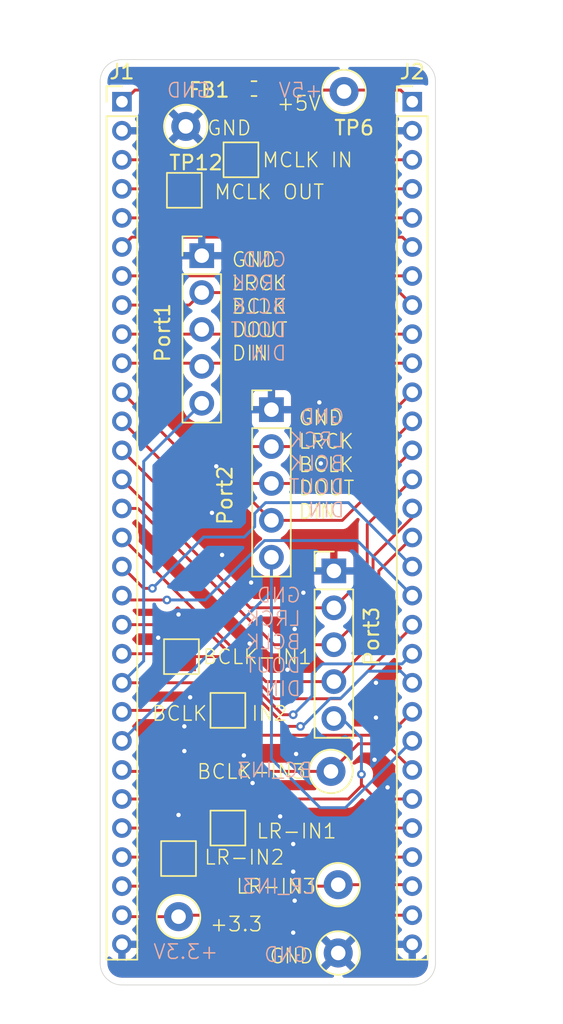
<source format=kicad_pcb>
(kicad_pcb (version 20240108) (generator "pcbnew") (generator_version "8.0")
  (layers (0 "F.Cu" signal) (31 "B.Cu" signal) (34 "B.Paste" user) (35 "F.Paste" user) (36 "B.SilkS" user "B.Silkscreen") (37 "F.SilkS" user "F.Silkscreen") (38 "B.Mask" user) (39 "F.Mask" user) (44 "Edge.Cuts" user))
  (net 0 "")
  (net 1 "/LRCK_OUT0")
  (net 2 "/SDATA_OUT2")
  (net 3 "/BCLK_IN1")
  (net 4 "/LRCK_OUT2")
  (net 5 "/SDATA_IN3")
  (net 6 "+5V")
  (net 7 "/LRCK_IN1")
  (net 8 "/SDATA_IN1")
  (net 9 "/BCLK_IN3")
  (net 10 "/BCLK_OUT1")
  (net 11 "+3V3")
  (net 12 "/BCLK_IN0")
  (net 13 "/LRCK_IN2")
  (net 14 "/SDATA_IN0")
  (net 15 "/MCLK_OUT")
  (net 16 "/LRCK_OUT3")
  (net 17 "/BCLK_IN2")
  (net 18 "/SDATA_OUT0")
  (net 19 "/MCLK_IN")
  (net 20 "/LRCK_IN0")
  (net 21 "/BCLK_OUT3")
  (net 22 "/SDATA_OUT3")
  (net 23 "/LRCLK_OUT1")
  (net 24 "/LRCK_IN3")
  (net 25 "/BLCK_OUT2")
  (net 26 "/SDATA_OUT1")
  (net 27 "/SDATA_IN2")
  (net 28 "GND")
  (net 29 "/BCLK_OUT0")
  (net 30 "Net-(J1-Pin_1)")
  (footprint "TestPoint:TestPoint_Pad_2.0x2.0mm" (layer "F.Cu") (at 104.1 138.2)
    (property "Reference" "TP2" (hide yes))
    (property "Value" "TestPoint" (hide yes))
    (fp_line (start -1.2 -1.2) (end 1.2 -1.2) (stroke (width 0.12)) (layer "F.SilkS"))
    (fp_line (start -1.2 1.2) (end -1.2 -1.2) (stroke (width 0.12)) (layer "F.SilkS"))
    (fp_line (start 1.2 -1.2) (end 1.2 1.2) (stroke (width 0.12)) (layer "F.SilkS"))
    (fp_line (start 1.2 1.2) (end -1.2 1.2) (stroke (width 0.12)) (layer "F.SilkS"))
    (pad "1" smd rect (at 0 0) (size 2 2) (layers "F.Cu" "F.Mask") (net 3 "/BCLK_IN1"))
  )
  (footprint "Connector_PinHeader_2.54mm:PinHeader_1x05_P2.54mm_Vertical" (layer "F.Cu") (at 114.6 132.3)
    (property "Reference" "J5" (hide yes))
    (property "Value" "Port3" (at 2.6 4.5 90) (layer "F.SilkS"))
    (fp_line (start -1.33 -1.33) (end 0 -1.33) (stroke (width 0.12)) (layer "F.SilkS"))
    (fp_line (start -1.33 0) (end -1.33 -1.33) (stroke (width 0.12)) (layer "F.SilkS"))
    (fp_line (start -1.33 1.27) (end -1.33 11.49) (stroke (width 0.12)) (layer "F.SilkS"))
    (fp_line (start -1.33 1.27) (end 1.33 1.27) (stroke (width 0.12)) (layer "F.SilkS"))
    (fp_line (start -1.33 11.49) (end 1.33 11.49) (stroke (width 0.12)) (layer "F.SilkS"))
    (fp_line (start 1.33 1.27) (end 1.33 11.49) (stroke (width 0.12)) (layer "F.SilkS"))
    (pad "1" thru_hole rect (at 0 0) (size 1.7 1.7) (drill 1) (layers "*.Cu" "*.Mask") (net 28 "GND"))
    (pad "2" thru_hole oval (at 0 2.54) (size 1.7 1.7) (drill 1) (layers "*.Cu" "*.Mask") (net 16 "/LRCK_OUT3"))
    (pad "3" thru_hole oval (at 0 5.08) (size 1.7 1.7) (drill 1) (layers "*.Cu" "*.Mask") (net 21 "/BCLK_OUT3"))
    (pad "4" thru_hole oval (at 0 7.62) (size 1.7 1.7) (drill 1) (layers "*.Cu" "*.Mask") (net 22 "/SDATA_OUT3"))
    (pad "5" thru_hole oval (at 0 10.16) (size 1.7 1.7) (drill 1) (layers "*.Cu" "*.Mask") (net 5 "/SDATA_IN3"))
  )
  (footprint "TestPoint:TestPoint_Pad_2.0x2.0mm" (layer "F.Cu") (at 107.3 141.9)
    (property "Reference" "TP8" (hide yes))
    (property "Value" "TestPoint" (hide yes))
    (fp_line (start -1.2 -1.2) (end 1.2 -1.2) (stroke (width 0.12)) (layer "F.SilkS"))
    (fp_line (start -1.2 1.2) (end -1.2 -1.2) (stroke (width 0.12)) (layer "F.SilkS"))
    (fp_line (start 1.2 -1.2) (end 1.2 1.2) (stroke (width 0.12)) (layer "F.SilkS"))
    (fp_line (start 1.2 1.2) (end -1.2 1.2) (stroke (width 0.12)) (layer "F.SilkS"))
    (pad "1" smd rect (at 0 0) (size 2 2) (layers "F.Cu" "F.Mask") (net 17 "/BCLK_IN2"))
  )
  (footprint "TestPoint:TestPoint_Pad_2.0x2.0mm" (layer "F.Cu") (at 104.3 106.1)
    (property "Reference" "TP3" (hide yes))
    (property "Value" "TestPoint" (hide yes))
    (fp_line (start -1.2 -1.2) (end 1.2 -1.2) (stroke (width 0.12)) (layer "F.SilkS"))
    (fp_line (start -1.2 1.2) (end -1.2 -1.2) (stroke (width 0.12)) (layer "F.SilkS"))
    (fp_line (start 1.2 -1.2) (end 1.2 1.2) (stroke (width 0.12)) (layer "F.SilkS"))
    (fp_line (start 1.2 1.2) (end -1.2 1.2) (stroke (width 0.12)) (layer "F.SilkS"))
    (pad "1" smd rect (at 0 0) (size 2 2) (layers "F.Cu" "F.Mask") (net 15 "/MCLK_OUT"))
  )
  (footprint "TestPoint:TestPoint_Loop_D2.50mm_Drill1.0mm" (layer "F.Cu") (at 103.9 156.1)
    (property "Reference" "TP5" (hide yes))
    (property "Value" "TestPoint")
    (fp_circle (center 0 0) (end 1.5 0) (stroke (width 0.12)) (fill none) (layer "F.SilkS"))
    (pad "1" thru_hole circle (at 0 0) (size 2 2) (drill 1) (layers "*.Cu" "*.Mask") (net 11 "+3V3"))
  )
  (footprint "TestPoint:TestPoint_Pad_2.0x2.0mm" (layer "F.Cu") (at 108.2 104)
    (property "Reference" "TP4" (hide yes))
    (property "Value" "TestPoint" (hide yes))
    (fp_line (start -1.2 -1.2) (end 1.2 -1.2) (stroke (width 0.12)) (layer "F.SilkS"))
    (fp_line (start -1.2 1.2) (end -1.2 -1.2) (stroke (width 0.12)) (layer "F.SilkS"))
    (fp_line (start 1.2 -1.2) (end 1.2 1.2) (stroke (width 0.12)) (layer "F.SilkS"))
    (fp_line (start 1.2 1.2) (end -1.2 1.2) (stroke (width 0.12)) (layer "F.SilkS"))
    (pad "1" smd rect (at 0 0) (size 2 2) (layers "F.Cu" "F.Mask") (net 19 "/MCLK_IN"))
  )
  (footprint "TestPoint:TestPoint_Loop_D2.50mm_Drill1.0mm" (layer "F.Cu") (at 104.4 101.7)
    (property "Reference" "TP12" (at 0.7 2.5 0) (layer "F.SilkS"))
    (property "Value" "TestPoint")
    (fp_circle (center 0 0) (end 1.5 0) (stroke (width 0.12)) (fill none) (layer "F.SilkS"))
    (pad "1" thru_hole circle (at 0 0) (size 2 2) (drill 1) (layers "*.Cu" "*.Mask") (net 28 "GND"))
  )
  (footprint "TestPoint:TestPoint_Loop_D2.50mm_Drill1.0mm" (layer "F.Cu") (at 115.3 99.3)
    (property "Reference" "TP6" (at 0.7 2.5 0) (layer "F.SilkS"))
    (property "Value" "TestPoint")
    (fp_circle (center 0 0) (end 1.5 0) (stroke (width 0.12)) (fill none) (layer "F.SilkS"))
    (pad "1" thru_hole circle (at 0 0) (size 2 2) (drill 1) (layers "*.Cu" "*.Mask") (net 6 "+5V"))
  )
  (footprint "Connector_PinHeader_2.00mm:PinHeader_1x30_P2.00mm_Vertical" (layer "F.Cu") (at 100 100)
    (property "Reference" "J1" (at 0 -2.06 0) (layer "F.SilkS"))
    (property "Value" "Conn_01x30_Pin" (hide yes))
    (fp_line (start -1.06 -1.06) (end 0 -1.06) (stroke (width 0.12)) (layer "F.SilkS"))
    (fp_line (start -1.06 0) (end -1.06 -1.06) (stroke (width 0.12)) (layer "F.SilkS"))
    (fp_line (start -1.06 1) (end -1.06 59.06) (stroke (width 0.12)) (layer "F.SilkS"))
    (fp_line (start -1.06 1) (end 1.06 1) (stroke (width 0.12)) (layer "F.SilkS"))
    (fp_line (start -1.06 59.06) (end 1.06 59.06) (stroke (width 0.12)) (layer "F.SilkS"))
    (fp_line (start 1.06 1) (end 1.06 59.06) (stroke (width 0.12)) (layer "F.SilkS"))
    (pad "1" thru_hole rect (at 0 0) (size 1.35 1.35) (drill 0.8) (layers "*.Cu" "*.Mask") (net 30 "Net-(J1-Pin_1)"))
    (pad "2" thru_hole oval (at 0 2) (size 1.35 1.35) (drill 0.8) (layers "*.Cu" "*.Mask") (net 28 "GND"))
    (pad "3" thru_hole oval (at 0 4) (size 1.35 1.35) (drill 0.8) (layers "*.Cu" "*.Mask") (net 19 "/MCLK_IN"))
    (pad "4" thru_hole oval (at 0 6) (size 1.35 1.35) (drill 0.8) (layers "*.Cu" "*.Mask") (net 15 "/MCLK_OUT"))
    (pad "5" thru_hole oval (at 0 8) (size 1.35 1.35) (drill 0.8) (layers "*.Cu" "*.Mask") (net 1 "/LRCK_OUT0"))
    (pad "6" thru_hole oval (at 0 10) (size 1.35 1.35) (drill 0.8) (layers "*.Cu" "*.Mask") (net 29 "/BCLK_OUT0"))
    (pad "7" thru_hole oval (at 0 12) (size 1.35 1.35) (drill 0.8) (layers "*.Cu" "*.Mask") (net 18 "/SDATA_OUT0"))
    (pad "8" thru_hole oval (at 0 14) (size 1.35 1.35) (drill 0.8) (layers "*.Cu" "*.Mask") (net 23 "/LRCLK_OUT1"))
    (pad "9" thru_hole oval (at 0 16) (size 1.35 1.35) (drill 0.8) (layers "*.Cu" "*.Mask") (net 10 "/BCLK_OUT1"))
    (pad "10" thru_hole oval (at 0 18) (size 1.35 1.35) (drill 0.8) (layers "*.Cu" "*.Mask") (net 26 "/SDATA_OUT1"))
    (pad "11" thru_hole oval (at 0 20) (size 1.35 1.35) (drill 0.8) (layers "*.Cu" "*.Mask") (net 4 "/LRCK_OUT2"))
    (pad "12" thru_hole oval (at 0 22) (size 1.35 1.35) (drill 0.8) (layers "*.Cu" "*.Mask") (net 25 "/BLCK_OUT2"))
    (pad "13" thru_hole oval (at 0 24) (size 1.35 1.35) (drill 0.8) (layers "*.Cu" "*.Mask") (net 2 "/SDATA_OUT2"))
    (pad "14" thru_hole oval (at 0 26) (size 1.35 1.35) (drill 0.8) (layers "*.Cu" "*.Mask") (net 16 "/LRCK_OUT3"))
    (pad "15" thru_hole oval (at 0 28) (size 1.35 1.35) (drill 0.8) (layers "*.Cu" "*.Mask") (net 21 "/BCLK_OUT3"))
    (pad "16" thru_hole oval (at 0 30) (size 1.35 1.35) (drill 0.8) (layers "*.Cu" "*.Mask") (net 22 "/SDATA_OUT3"))
    (pad "17" thru_hole oval (at 0 32) (size 1.35 1.35) (drill 0.8) (layers "*.Cu" "*.Mask") (net 12 "/BCLK_IN0"))
    (pad "18" thru_hole oval (at 0 34) (size 1.35 1.35) (drill 0.8) (layers "*.Cu" "*.Mask") (net 20 "/LRCK_IN0"))
    (pad "19" thru_hole oval (at 0 36) (size 1.35 1.35) (drill 0.8) (layers "*.Cu" "*.Mask") (net 14 "/SDATA_IN0"))
    (pad "20" thru_hole oval (at 0 38) (size 1.35 1.35) (drill 0.8) (layers "*.Cu" "*.Mask") (net 3 "/BCLK_IN1"))
    (pad "21" thru_hole oval (at 0 40) (size 1.35 1.35) (drill 0.8) (layers "*.Cu" "*.Mask") (net 8 "/SDATA_IN1"))
    (pad "22" thru_hole oval (at 0 42) (size 1.35 1.35) (drill 0.8) (layers "*.Cu" "*.Mask") (net 17 "/BCLK_IN2"))
    (pad "23" thru_hole oval (at 0 44) (size 1.35 1.35) (drill 0.8) (layers "*.Cu" "*.Mask") (net 27 "/SDATA_IN2"))
    (pad "24" thru_hole oval (at 0 46) (size 1.35 1.35) (drill 0.8) (layers "*.Cu" "*.Mask") (net 9 "/BCLK_IN3"))
    (pad "25" thru_hole oval (at 0 48) (size 1.35 1.35) (drill 0.8) (layers "*.Cu" "*.Mask") (net 5 "/SDATA_IN3"))
    (pad "26" thru_hole oval (at 0 50) (size 1.35 1.35) (drill 0.8) (layers "*.Cu" "*.Mask") (net 7 "/LRCK_IN1"))
    (pad "27" thru_hole oval (at 0 52) (size 1.35 1.35) (drill 0.8) (layers "*.Cu" "*.Mask") (net 13 "/LRCK_IN2"))
    (pad "28" thru_hole oval (at 0 54) (size 1.35 1.35) (drill 0.8) (layers "*.Cu" "*.Mask") (net 24 "/LRCK_IN3"))
    (pad "29" thru_hole oval (at 0 56) (size 1.35 1.35) (drill 0.8) (layers "*.Cu" "*.Mask") (net 11 "+3V3"))
    (pad "30" thru_hole oval (at 0 58) (size 1.35 1.35) (drill 0.8) (layers "*.Cu" "*.Mask") (net 28 "GND"))
  )
  (footprint "Inductor_SMD:L_0603_1608Metric_Pad1.05x0.95mm_HandSolder" (layer "F.Cu") (at 109.1 99.1 180)
    (property "Reference" "FB1" (at 3.1 -0.1 360) (layer "F.SilkS"))
    (property "Value" "FerriteBead" (hide yes))
    (fp_line (start -0.171267 0.51) (end 0.171267 0.51) (stroke (width 0.12)) (layer "F.SilkS"))
    (fp_line (start -0.171267 -0.51) (end 0.171267 -0.51) (stroke (width 0.12)) (layer "F.SilkS"))
    (pad "1" smd roundrect (at -0.875 0 180) (size 1.05 0.95) (layers "F.Cu" "F.Paste" "F.Mask") (net 6 "+5V"))
    (pad "2" smd roundrect (at 0.875 0 180) (size 1.05 0.95) (layers "F.Cu" "F.Paste" "F.Mask") (net 30 "Net-(J1-Pin_1)"))
  )
  (footprint "TestPoint:TestPoint_Loop_D2.50mm_Drill1.0mm" (layer "F.Cu") (at 114.4 146.1)
    (property "Reference" "TP10" (hide yes))
    (property "Value" "TestPoint")
    (fp_circle (center 0 0) (end 1.5 0) (stroke (width 0.12)) (fill none) (layer "F.SilkS"))
    (pad "1" thru_hole circle (at 0 0) (size 2 2) (drill 1) (layers "*.Cu" "*.Mask") (net 9 "/BCLK_IN3"))
  )
  (footprint "TestPoint:TestPoint_Pad_2.0x2.0mm" (layer "F.Cu") (at 107.3 150)
    (property "Reference" "TP1" (hide yes))
    (property "Value" "TestPoint" (hide yes))
    (fp_line (start -1.2 -1.2) (end 1.2 -1.2) (stroke (width 0.12)) (layer "F.SilkS"))
    (fp_line (start -1.2 1.2) (end -1.2 -1.2) (stroke (width 0.12)) (layer "F.SilkS"))
    (fp_line (start 1.2 -1.2) (end 1.2 1.2) (stroke (width 0.12)) (layer "F.SilkS"))
    (fp_line (start 1.2 1.2) (end -1.2 1.2) (stroke (width 0.12)) (layer "F.SilkS"))
    (pad "1" smd rect (at 0 0) (size 2 2) (layers "F.Cu" "F.Mask") (net 7 "/LRCK_IN1"))
  )
  (footprint "Connector_PinHeader_2.00mm:PinHeader_1x30_P2.00mm_Vertical" (layer "F.Cu") (at 120 100)
    (property "Reference" "J2" (at 0 -2.06 0) (layer "F.SilkS"))
    (property "Value" "Conn_01x30_Pin" (hide yes))
    (fp_line (start -1.06 -1.06) (end 0 -1.06) (stroke (width 0.12)) (layer "F.SilkS"))
    (fp_line (start -1.06 0) (end -1.06 -1.06) (stroke (width 0.12)) (layer "F.SilkS"))
    (fp_line (start -1.06 1) (end -1.06 59.06) (stroke (width 0.12)) (layer "F.SilkS"))
    (fp_line (start -1.06 1) (end 1.06 1) (stroke (width 0.12)) (layer "F.SilkS"))
    (fp_line (start -1.06 59.06) (end 1.06 59.06) (stroke (width 0.12)) (layer "F.SilkS"))
    (fp_line (start 1.06 1) (end 1.06 59.06) (stroke (width 0.12)) (layer "F.SilkS"))
    (pad "1" thru_hole rect (at 0 0) (size 1.35 1.35) (drill 0.8) (layers "*.Cu" "*.Mask") (net 6 "+5V"))
    (pad "2" thru_hole oval (at 0 2) (size 1.35 1.35) (drill 0.8) (layers "*.Cu" "*.Mask") (net 28 "GND"))
    (pad "3" thru_hole oval (at 0 4) (size 1.35 1.35) (drill 0.8) (layers "*.Cu" "*.Mask") (net 19 "/MCLK_IN"))
    (pad "4" thru_hole oval (at 0 6) (size 1.35 1.35) (drill 0.8) (layers "*.Cu" "*.Mask") (net 15 "/MCLK_OUT"))
    (pad "5" thru_hole oval (at 0 8) (size 1.35 1.35) (drill 0.8) (layers "*.Cu" "*.Mask") (net 1 "/LRCK_OUT0"))
    (pad "6" thru_hole oval (at 0 10) (size 1.35 1.35) (drill 0.8) (layers "*.Cu" "*.Mask") (net 29 "/BCLK_OUT0"))
    (pad "7" thru_hole oval (at 0 12) (size 1.35 1.35) (drill 0.8) (layers "*.Cu" "*.Mask") (net 18 "/SDATA_OUT0"))
    (pad "8" thru_hole oval (at 0 14) (size 1.35 1.35) (drill 0.8) (layers "*.Cu" "*.Mask") (net 23 "/LRCLK_OUT1"))
    (pad "9" thru_hole oval (at 0 16) (size 1.35 1.35) (drill 0.8) (layers "*.Cu" "*.Mask") (net 10 "/BCLK_OUT1"))
    (pad "10" thru_hole oval (at 0 18) (size 1.35 1.35) (drill 0.8) (layers "*.Cu" "*.Mask") (net 26 "/SDATA_OUT1"))
    (pad "11" thru_hole oval (at 0 20) (size 1.35 1.35) (drill 0.8) (layers "*.Cu" "*.Mask") (net 4 "/LRCK_OUT2"))
    (pad "12" thru_hole oval (at 0 22) (size 1.35 1.35) (drill 0.8) (layers "*.Cu" "*.Mask") (net 25 "/BLCK_OUT2"))
    (pad "13" thru_hole oval (at 0 24) (size 1.35 1.35) (drill 0.8) (layers "*.Cu" "*.Mask") (net 2 "/SDATA_OUT2"))
    (pad "14" thru_hole oval (at 0 26) (size 1.35 1.35) (drill 0.8) (layers "*.Cu" "*.Mask") (net 16 "/LRCK_OUT3"))
    (pad "15" thru_hole oval (at 0 28) (size 1.35 1.35) (drill 0.8) (layers "*.Cu" "*.Mask") (net 21 "/BCLK_OUT3"))
    (pad "16" thru_hole oval (at 0 30) (size 1.35 1.35) (drill 0.8) (layers "*.Cu" "*.Mask") (net 22 "/SDATA_OUT3"))
    (pad "17" thru_hole oval (at 0 32) (size 1.35 1.35) (drill 0.8) (layers "*.Cu" "*.Mask") (net 12 "/BCLK_IN0"))
    (pad "18" thru_hole oval (at 0 34) (size 1.35 1.35) (drill 0.8) (layers "*.Cu" "*.Mask") (net 20 "/LRCK_IN0"))
    (pad "19" thru_hole oval (at 0 36) (size 1.35 1.35) (drill 0.8) (layers "*.Cu" "*.Mask") (net 14 "/SDATA_IN0"))
    (pad "20" thru_hole oval (at 0 38) (size 1.35 1.35) (drill 0.8) (layers "*.Cu" "*.Mask") (net 3 "/BCLK_IN1"))
    (pad "21" thru_hole oval (at 0 40) (size 1.35 1.35) (drill 0.8) (layers "*.Cu" "*.Mask") (net 8 "/SDATA_IN1"))
    (pad "22" thru_hole oval (at 0 42) (size 1.35 1.35) (drill 0.8) (layers "*.Cu" "*.Mask") (net 17 "/BCLK_IN2"))
    (pad "23" thru_hole oval (at 0 44) (size 1.35 1.35) (drill 0.8) (layers "*.Cu" "*.Mask") (net 27 "/SDATA_IN2"))
    (pad "24" thru_hole oval (at 0 46) (size 1.35 1.35) (drill 0.8) (layers "*.Cu" "*.Mask") (net 9 "/BCLK_IN3"))
    (pad "25" thru_hole oval (at 0 48) (size 1.35 1.35) (drill 0.8) (layers "*.Cu" "*.Mask") (net 5 "/SDATA_IN3"))
    (pad "26" thru_hole oval (at 0 50) (size 1.35 1.35) (drill 0.8) (layers "*.Cu" "*.Mask") (net 7 "/LRCK_IN1"))
    (pad "27" thru_hole oval (at 0 52) (size 1.35 1.35) (drill 0.8) (layers "*.Cu" "*.Mask") (net 13 "/LRCK_IN2"))
    (pad "28" thru_hole oval (at 0 54) (size 1.35 1.35) (drill 0.8) (layers "*.Cu" "*.Mask") (net 24 "/LRCK_IN3"))
    (pad "29" thru_hole oval (at 0 56) (size 1.35 1.35) (drill 0.8) (layers "*.Cu" "*.Mask") (net 11 "+3V3"))
    (pad "30" thru_hole oval (at 0 58) (size 1.35 1.35) (drill 0.8) (layers "*.Cu" "*.Mask") (net 28 "GND"))
  )
  (footprint "Connector_PinHeader_2.54mm:PinHeader_1x05_P2.54mm_Vertical" (layer "F.Cu") (at 105.5 110.6)
    (property "Reference" "J3" (hide yes))
    (property "Value" "Port1" (at -2.7 5.3 90) (layer "F.SilkS"))
    (fp_line (start -1.33 -1.33) (end 0 -1.33) (stroke (width 0.12)) (layer "F.SilkS"))
    (fp_line (start -1.33 0) (end -1.33 -1.33) (stroke (width 0.12)) (layer "F.SilkS"))
    (fp_line (start -1.33 1.27) (end -1.33 11.49) (stroke (width 0.12)) (layer "F.SilkS"))
    (fp_line (start -1.33 1.27) (end 1.33 1.27) (stroke (width 0.12)) (layer "F.SilkS"))
    (fp_line (start -1.33 11.49) (end 1.33 11.49) (stroke (width 0.12)) (layer "F.SilkS"))
    (fp_line (start 1.33 1.27) (end 1.33 11.49) (stroke (width 0.12)) (layer "F.SilkS"))
    (pad "1" thru_hole rect (at 0 0) (size 1.7 1.7) (drill 1) (layers "*.Cu" "*.Mask") (net 28 "GND"))
    (pad "2" thru_hole oval (at 0 2.54) (size 1.7 1.7) (drill 1) (layers "*.Cu" "*.Mask") (net 23 "/LRCLK_OUT1"))
    (pad "3" thru_hole oval (at 0 5.08) (size 1.7 1.7) (drill 1) (layers "*.Cu" "*.Mask") (net 10 "/BCLK_OUT1"))
    (pad "4" thru_hole oval (at 0 7.62) (size 1.7 1.7) (drill 1) (layers "*.Cu" "*.Mask") (net 26 "/SDATA_OUT1"))
    (pad "5" thru_hole oval (at 0 10.16) (size 1.7 1.7) (drill 1) (layers "*.Cu" "*.Mask") (net 8 "/SDATA_IN1"))
  )
  (footprint "TestPoint:TestPoint_Pad_2.0x2.0mm" (layer "F.Cu") (at 103.9 152.1)
    (property "Reference" "TP7" (hide yes))
    (property "Value" "TestPoint" (hide yes))
    (fp_line (start -1.2 -1.2) (end 1.2 -1.2) (stroke (width 0.12)) (layer "F.SilkS"))
    (fp_line (start -1.2 1.2) (end -1.2 -1.2) (stroke (width 0.12)) (layer "F.SilkS"))
    (fp_line (start 1.2 -1.2) (end 1.2 1.2) (stroke (width 0.12)) (layer "F.SilkS"))
    (fp_line (start 1.2 1.2) (end -1.2 1.2) (stroke (width 0.12)) (layer "F.SilkS"))
    (pad "1" smd rect (at 0 0) (size 2 2) (layers "F.Cu" "F.Mask") (net 13 "/LRCK_IN2"))
  )
  (footprint "TestPoint:TestPoint_Loop_D2.50mm_Drill1.0mm" (layer "F.Cu") (at 114.9 158.6)
    (property "Reference" "TP11" (hide yes))
    (property "Value" "TestPoint")
    (fp_circle (center 0 0) (end 1.5 0) (stroke (width 0.12)) (fill none) (layer "F.SilkS"))
    (pad "1" thru_hole circle (at 0 0) (size 2 2) (drill 1) (layers "*.Cu" "*.Mask") (net 28 "GND"))
  )
  (footprint "Connector_PinHeader_2.54mm:PinHeader_1x05_P2.54mm_Vertical" (layer "F.Cu") (at 110.3 121.2)
    (property "Reference" "J4" (hide yes))
    (property "Value" "Port2" (at -3.2 5.9 90) (layer "F.SilkS"))
    (fp_line (start -1.33 -1.33) (end 0 -1.33) (stroke (width 0.12)) (layer "F.SilkS"))
    (fp_line (start -1.33 0) (end -1.33 -1.33) (stroke (width 0.12)) (layer "F.SilkS"))
    (fp_line (start -1.33 1.27) (end -1.33 11.49) (stroke (width 0.12)) (layer "F.SilkS"))
    (fp_line (start -1.33 1.27) (end 1.33 1.27) (stroke (width 0.12)) (layer "F.SilkS"))
    (fp_line (start -1.33 11.49) (end 1.33 11.49) (stroke (width 0.12)) (layer "F.SilkS"))
    (fp_line (start 1.33 1.27) (end 1.33 11.49) (stroke (width 0.12)) (layer "F.SilkS"))
    (pad "1" thru_hole rect (at 0 0) (size 1.7 1.7) (drill 1) (layers "*.Cu" "*.Mask") (net 28 "GND"))
    (pad "2" thru_hole oval (at 0 2.54) (size 1.7 1.7) (drill 1) (layers "*.Cu" "*.Mask") (net 4 "/LRCK_OUT2"))
    (pad "3" thru_hole oval (at 0 5.08) (size 1.7 1.7) (drill 1) (layers "*.Cu" "*.Mask") (net 25 "/BLCK_OUT2"))
    (pad "4" thru_hole oval (at 0 7.62) (size 1.7 1.7) (drill 1) (layers "*.Cu" "*.Mask") (net 2 "/SDATA_OUT2"))
    (pad "5" thru_hole oval (at 0 10.16) (size 1.7 1.7) (drill 1) (layers "*.Cu" "*.Mask") (net 27 "/SDATA_IN2"))
  )
  (footprint "TestPoint:TestPoint_Loop_D2.50mm_Drill1.0mm" (layer "F.Cu") (at 114.9 153.9)
    (property "Reference" "TP9" (hide yes))
    (property "Value" "TestPoint")
    (fp_circle (center 0 0) (end 1.5 0) (stroke (width 0.12)) (fill none) (layer "F.SilkS"))
    (pad "1" thru_hole circle (at 0 0) (size 2 2) (drill 1) (layers "*.Cu" "*.Mask") (net 24 "/LRCK_IN3"))
  )
  (gr_arc (start 121.6 159.3) (mid 121.16066 160.36066) (end 120.1 160.8) (stroke (width 0.05)) (layer "Edge.Cuts"))
  (gr_line (start 120.1 160.8) (end 100 160.8) (stroke (width 0.05)) (layer "Edge.Cuts"))
  (gr_arc (start 100 160.8) (mid 98.93934 160.36066) (end 98.5 159.3) (stroke (width 0.05)) (layer "Edge.Cuts"))
  (gr_line (start 100 97.1) (end 120.1 97.1) (stroke (width 0.05)) (layer "Edge.Cuts"))
  (gr_arc (start 120.1 97.1) (mid 121.16066 97.53934) (end 121.6 98.6) (stroke (width 0.05)) (layer "Edge.Cuts"))
  (gr_line (start 98.5 159.3) (end 98.5 98.6) (stroke (width 0.05)) (layer "Edge.Cuts"))
  (gr_line (start 121.6 98.6) (end 121.6 159.3) (stroke (width 0.05)) (layer "Edge.Cuts"))
  (gr_arc (start 98.5 98.6) (mid 98.93934 97.53934) (end 100 97.1) (stroke (width 0.05)) (layer "Edge.Cuts"))
  (gr_text "GND\nLRCK\nBCLK\nDOUT\nDIN" (at 112.4 141 0) (layer "B.SilkS") (effects (font (size 1 1) (thickness 0.1)) (justify left bottom mirror)))
  (gr_text "+3.3V" (at 106.7 159.1 0) (layer "B.SilkS") (effects (font (size 1 1) (thickness 0.1)) (justify left bottom mirror)))
  (gr_text "GND" (at 106.2 99.8 0) (layer "B.SilkS") (effects (font (size 1 1) (thickness 0.1)) (justify left bottom mirror)))
  (gr_text "LR_IN3" (at 113.4 154.6 0) (layer "B.SilkS") (effects (font (size 1 1) (thickness 0.1)) (justify left bottom mirror)))
  (gr_text "GND" (at 112.9 159.3 0) (layer "B.SilkS") (effects (font (size 1 1) (thickness 0.1)) (justify left bottom mirror)))
  (gr_text "+5V" (at 113.9 99.8 0) (layer "B.SilkS") (effects (font (size 1 1) (thickness 0.1)) (justify left bottom mirror)))
  (gr_text "GND\nLRCK\nBCLK\nDOUT\nDIN" (at 111.4 117.9 0) (layer "B.SilkS") (effects (font (size 1 1) (thickness 0.1)) (justify left bottom mirror)))
  (gr_text "BC_IN3" (at 113.2 146.6 0) (layer "B.SilkS") (effects (font (size 1 1) (thickness 0.1)) (justify left bottom mirror)))
  (gr_text "GND\nLRCK\nBCLK\nDOUT\nDIN" (at 115.4 128.7 0) (layer "B.SilkS") (effects (font (size 1 1) (thickness 0.1)) (justify left bottom mirror)))
  (gr_text "LR-IN3" (at 107.8 154.6 0) (layer "F.SilkS") (effects (font (size 1 1) (thickness 0.1)) (justify left bottom)))
  (gr_text "+5V" (at 110.6 100.7 0) (layer "F.SilkS") (effects (font (size 1 1) (thickness 0.1)) (justify left bottom)))
  (gr_text "+3.3" (at 106 157.2 0) (layer "F.SilkS") (effects (font (size 1 1) (thickness 0.1)) (justify left bottom)))
  (gr_text "MCLK OUT" (at 106.3 106.8 0) (layer "F.SilkS") (effects (font (size 1 1) (thickness 0.1)) (justify left bottom)))
  (gr_text "BCLK-IN3" (at 105.1 146.7 0) (layer "F.SilkS") (effects (font (size 1 1) (thickness 0.1)) (justify left bottom)))
  (gr_text "BCLK    IN2" (at 102 142.7 0) (layer "F.SilkS") (effects (font (size 1 1) (thickness 0.1)) (justify left bottom)))
  (gr_text "MCLK IN" (at 109.6 104.6 0) (layer "F.SilkS") (effects (font (size 1 1) (thickness 0.1)) (justify left bottom)))
  (gr_text "GND\nLRCK\nBCLK\nDOUT\nDIN" (at 107.5 117.9 0) (layer "F.SilkS") (effects (font (size 1 1) (thickness 0.1)) (justify left bottom)))
  (gr_text "LR-IN2" (at 105.6 152.6 0) (layer "F.SilkS") (effects (font (size 1 1) (thickness 0.1)) (justify left bottom)))
  (gr_text "LR-IN1" (at 109.2 150.8 0) (layer "F.SilkS") (effects (font (size 1 1) (thickness 0.1)) (justify left bottom)))
  (gr_text "GND" (at 110.1 159.4 0) (layer "F.SilkS") (effects (font (size 1 1) (thickness 0.1)) (justify left bottom)))
  (gr_text "GND" (at 105.8 102.4 0) (layer "F.SilkS") (effects (font (size 1 1) (thickness 0.1)) (justify left bottom)))
  (gr_text "BCLK-IN1" (at 105.5 138.8 0) (layer "F.SilkS") (effects (font (size 1 1) (thickness 0.1)) (justify left bottom)))
  (gr_text "GND\nLRCK\nBCLK\nDOUT\nDIN" (at 112.1 128.8 0) (layer "F.SilkS") (effects (font (size 1 1) (thickness 0.1)) (justify left bottom)))
  (segment (start 100 108) (end 120 108) (width 0.2) (layer "F.Cu") (net 1))
  (segment (start 103 127) (end 108.48 127) (width 0.2) (layer "F.Cu") (net 2))
  (segment (start 100 124) (end 103 127) (width 0.2) (layer "F.Cu") (net 2))
  (segment (start 110.3 128.82) (end 115.18 128.82) (width 0.2) (layer "F.Cu") (net 2))
  (segment (start 108.48 127) (end 110.3 128.82) (width 0.2) (layer "F.Cu") (net 2))
  (segment (start 115.18 128.82) (end 120 124) (width 0.2) (layer "F.Cu") (net 2))
  (segment (start 104.1 138.2) (end 107.068628 138.2) (width 0.2) (layer "F.Cu") (net 3))
  (segment (start 100 138) (end 103.9 138) (width 0.2) (layer "F.Cu") (net 3))
  (segment (start 107.068628 138.2) (end 111.068628 142.2) (width 0.2) (layer "F.Cu") (net 3))
  (segment (start 111.068628 142.2) (end 111.8 142.2) (width 0.2) (layer "F.Cu") (net 3))
  (segment (start 103.9 138) (end 104.1 138.2) (width 0.2) (layer "F.Cu") (net 3))
  (via (at 111.8 142.2) (size 0.6) (drill 0.3) (layers "F.Cu" "B.Cu") (net 3))
  (segment (start 113.1 140.9) (end 113.1 139.4) (width 0.2) (layer "B.Cu") (net 3))
  (segment (start 119.3 138.7) (end 120 138) (width 0.2) (layer "B.Cu") (net 3))
  (segment (start 113.8 138.7) (end 119.3 138.7) (width 0.2) (layer "B.Cu") (net 3))
  (segment (start 111.8 142.2) (end 113.1 140.9) (width 0.2) (layer "B.Cu") (net 3))
  (segment (start 113.1 139.4) (end 113.8 138.7) (width 0.2) (layer "B.Cu") (net 3))
  (segment (start 100 120) (end 103.74 123.74) (width 0.2) (layer "F.Cu") (net 4))
  (segment (start 103.74 123.74) (end 110.3 123.74) (width 0.2) (layer "F.Cu") (net 4))
  (segment (start 116.26 123.74) (end 120 120) (width 0.2) (layer "F.Cu") (net 4))
  (segment (start 110.3 123.74) (end 116.26 123.74) (width 0.2) (layer "F.Cu") (net 4))
  (segment (start 115.6 148) (end 100 148) (width 0.2) (layer "F.Cu") (net 5))
  (segment (start 116.5 146.3) (end 116.5 147.1) (width 0.2) (layer "F.Cu") (net 5))
  (segment (start 117.5 148) (end 120 148) (width 0.2) (layer "F.Cu") (net 5))
  (segment (start 116.5 146.3) (end 116.5 147) (width 0.2) (layer "F.Cu") (net 5))
  (segment (start 116.5 147) (end 117.5 148) (width 0.2) (layer "F.Cu") (net 5))
  (segment (start 116.5 147.1) (end 115.6 148) (width 0.2) (layer "F.Cu") (net 5))
  (via (at 116.5 146.3) (size 0.6) (drill 0.3) (layers "F.Cu" "B.Cu") (net 5))
  (segment (start 116.5 146.3) (end 116.5 143.8) (width 0.2) (layer "B.Cu") (net 5))
  (segment (start 115.16 142.46) (end 114.6 142.46) (width 0.2) (layer "B.Cu") (net 5))
  (segment (start 116.5 143.8) (end 115.16 142.46) (width 0.2) (layer "B.Cu") (net 5))
  (segment (start 109.975 99.1) (end 110.075 99.2) (width 0.2) (layer "F.Cu") (net 6))
  (segment (start 119.2 99.2) (end 120 100) (width 0.2) (layer "F.Cu") (net 6))
  (segment (start 114.7 99.2) (end 115.6 100.1) (width 0.2) (layer "F.Cu") (net 6))
  (segment (start 110.075 99.2) (end 114.7 99.2) (width 0.2) (layer "F.Cu") (net 6))
  (segment (start 110.075 99.2) (end 119.2 99.2) (width 0.2) (layer "F.Cu") (net 6))
  (segment (start 107.3 150) (end 120 150) (width 0.2) (layer "F.Cu") (net 7))
  (segment (start 100 150) (end 107.3 150) (width 0.2) (layer "F.Cu") (net 7))
  (segment (start 108.302942 140) (end 111.302942 143) (width 0.2) (layer "F.Cu") (net 8))
  (segment (start 100 140) (end 108.302942 140) (width 0.2) (layer "F.Cu") (net 8))
  (segment (start 111.302942 143) (end 112.3 143) (width 0.2) (layer "F.Cu") (net 8))
  (via (at 112.3 143) (size 0.6) (drill 0.3) (layers "F.Cu" "B.Cu") (net 8))
  (segment (start 116.946346 139.2) (end 119.2 139.2) (width 0.2) (layer "B.Cu") (net 8))
  (segment (start 112.3 143) (end 112.433654 143) (width 0.2) (layer "B.Cu") (net 8))
  (segment (start 101.5 124.76) (end 101.5 138.5) (width 0.2) (layer "B.Cu") (net 8))
  (segment (start 101.5 138.5) (end 100 140) (width 0.2) (layer "B.Cu") (net 8))
  (segment (start 115.076346 141.07) (end 116.946346 139.2) (width 0.2) (layer "B.Cu") (net 8))
  (segment (start 112.433654 143) (end 114.363654 141.07) (width 0.2) (layer "B.Cu") (net 8))
  (segment (start 114.363654 141.07) (end 115.076346 141.07) (width 0.2) (layer "B.Cu") (net 8))
  (segment (start 105.5 120.76) (end 101.5 124.76) (width 0.2) (layer "B.Cu") (net 8))
  (segment (start 119.2 139.2) (end 120 140) (width 0.2) (layer "B.Cu") (net 8))
  (segment (start 114.4 146.1) (end 100.1 146.1) (width 0.2) (layer "F.Cu") (net 9))
  (segment (start 100.1 146.1) (end 100 146) (width 0.2) (layer "F.Cu") (net 9))
  (segment (start 120 146) (end 118.2 144.2) (width 0.2) (layer "F.Cu") (net 9))
  (segment (start 118.2 144.2) (end 116.3 144.2) (width 0.2) (layer "F.Cu") (net 9))
  (segment (start 116.3 144.2) (end 114.4 146.1) (width 0.2) (layer "F.Cu") (net 9))
  (segment (start 120 116) (end 105.82 116) (width 0.2) (layer "F.Cu") (net 10))
  (segment (start 105.18 116) (end 105.5 115.68) (width 0.2) (layer "F.Cu") (net 10))
  (segment (start 100 116) (end 105.18 116) (width 0.2) (layer "F.Cu") (net 10))
  (segment (start 105.82 116) (end 105.5 115.68) (width 0.2) (layer "F.Cu") (net 10))
  (segment (start 104 156) (end 103.9 156.1) (width 0.2) (layer "F.Cu") (net 11))
  (segment (start 120 156) (end 104 156) (width 0.2) (layer "F.Cu") (net 11))
  (segment (start 100.1 156.1) (end 100 156) (width 0.2) (layer "F.Cu") (net 11))
  (segment (start 103.9 156.1) (end 100.1 156.1) (width 0.2) (layer "F.Cu") (net 11))
  (segment (start 100 132) (end 101.5 133.5) (width 0.2) (layer "F.Cu") (net 12))
  (segment (start 101.5 133.5) (end 102.1 133.5) (width 0.2) (layer "F.Cu") (net 12))
  (via (at 102.1 133.5) (size 0.6) (drill 0.3) (layers "F.Cu" "B.Cu") (net 12))
  (segment (start 109.893654 127.6) (end 115.6 127.6) (width 0.2) (layer "B.Cu") (net 12))
  (segment (start 109.15 129.25) (end 109.15 128.343654) (width 0.2) (layer "B.Cu") (net 12))
  (segment (start 105.63 129.97) (end 108.43 129.97) (width 0.2) (layer "B.Cu") (net 12))
  (segment (start 102.1 133.5) (end 105.63 129.97) (width 0.2) (layer "B.Cu") (net 12))
  (segment (start 115.6 127.6) (end 120 132) (width 0.2) (layer "B.Cu") (net 12))
  (segment (start 109.15 128.343654) (end 109.893654 127.6) (width 0.2) (layer "B.Cu") (net 12))
  (segment (start 108.43 129.97) (end 109.15 129.25) (width 0.2) (layer "B.Cu") (net 12))
  (segment (start 103.7 152.1) (end 103.6 152) (width 0.2) (layer "F.Cu") (net 13))
  (segment (start 103.6 152) (end 100 152) (width 0.2) (layer "F.Cu") (net 13))
  (segment (start 104 152) (end 103.9 152.1) (width 0.2) (layer "F.Cu") (net 13))
  (segment (start 120 152) (end 104 152) (width 0.2) (layer "F.Cu") (net 13))
  (segment (start 103.9 152.1) (end 103.7 152.1) (width 0.2) (layer "F.Cu") (net 13))
  (segment (start 120 136.146346) (end 120 136) (width 0.2) (layer "F.Cu") (net 14))
  (segment (start 100 136) (end 105.434314 136) (width 0.2) (layer "F.Cu") (net 14))
  (segment (start 110.534314 141.1) (end 115.046346 141.1) (width 0.2) (layer "F.Cu") (net 14))
  (segment (start 115.046346 141.1) (end 120 136.146346) (width 0.2) (layer "F.Cu") (net 14))
  (segment (start 105.434314 136) (end 110.534314 141.1) (width 0.2) (layer "F.Cu") (net 14))
  (segment (start 100 106) (end 120 106) (width 0.2) (layer "F.Cu") (net 15))
  (segment (start 116.9 129.1) (end 116.9 132.54) (width 0.2) (layer "F.Cu") (net 16))
  (segment (start 120 126) (end 116.9 129.1) (width 0.2) (layer "F.Cu") (net 16))
  (segment (start 116.9 132.54) (end 114.6 134.84) (width 0.2) (layer "F.Cu") (net 16))
  (segment (start 114.6 134.84) (end 108.84 134.84) (width 0.2) (layer "F.Cu") (net 16))
  (segment (start 108.84 134.84) (end 100 126) (width 0.2) (layer "F.Cu") (net 16))
  (segment (start 107.3 141.9) (end 100.1 141.9) (width 0.2) (layer "F.Cu") (net 17))
  (segment (start 118.39 143.61) (end 109.01 143.61) (width 0.2) (layer "F.Cu") (net 17))
  (segment (start 100.1 141.9) (end 100 142) (width 0.2) (layer "F.Cu") (net 17))
  (segment (start 120 142) (end 118.39 143.61) (width 0.2) (layer "F.Cu") (net 17))
  (segment (start 109.01 143.61) (end 107.3 141.9) (width 0.2) (layer "F.Cu") (net 17))
  (segment (start 100.01 111.99) (end 119.99 111.99) (width 0.2) (layer "F.Cu") (net 18))
  (segment (start 119.99 111.99) (end 120 112) (width 0.2) (layer "F.Cu") (net 18))
  (segment (start 100 112) (end 100.01 111.99) (width 0.2) (layer "F.Cu") (net 18))
  (segment (start 100 104) (end 108.2 104) (width 0.2) (layer "F.Cu") (net 19))
  (segment (start 108.2 104) (end 120 104) (width 0.2) (layer "F.Cu") (net 19))
  (segment (start 100 134) (end 100.3 134.3) (width 0.2) (layer "F.Cu") (net 20))
  (segment (start 100.3 134.3) (end 103.1 134.3) (width 0.2) (layer "F.Cu") (net 20))
  (via (at 103.1 134.3) (size 0.6) (drill 0.3) (layers "F.Cu" "B.Cu") (net 20))
  (segment (start 116.21 130.21) (end 120 134) (width 0.2) (layer "B.Cu") (net 20))
  (segment (start 103.1 134.3) (end 105.733654 134.3) (width 0.2) (layer "B.Cu") (net 20))
  (segment (start 109.823654 130.21) (end 116.21 130.21) (width 0.2) (layer "B.Cu") (net 20))
  (segment (start 105.733654 134.3) (end 109.823654 130.21) (width 0.2) (layer "B.Cu") (net 20))
  (segment (start 120 128) (end 120 128.621141) (width 0.2) (layer "F.Cu") (net 21))
  (segment (start 117.3 134.68) (end 114.6 137.38) (width 0.2) (layer "F.Cu") (net 21))
  (segment (start 110.48 137.38) (end 114.6 137.38) (width 0.2) (layer "F.Cu") (net 21))
  (segment (start 101.1 128) (end 110.48 137.38) (width 0.2) (layer "F.Cu") (net 21))
  (segment (start 120 128.621141) (end 117.3 131.321141) (width 0.2) (layer "F.Cu") (net 21))
  (segment (start 100 128) (end 101.1 128) (width 0.2) (layer "F.Cu") (net 21))
  (segment (start 117.3 131.321141) (end 117.3 134.68) (width 0.2) (layer "F.Cu") (net 21))
  (segment (start 100 130) (end 109.92 139.92) (width 0.2) (layer "F.Cu") (net 22))
  (segment (start 120 130) (end 117.7 132.3) (width 0.2) (layer "F.Cu") (net 22))
  (segment (start 117.7 136.82) (end 114.6 139.92) (width 0.2) (layer "F.Cu") (net 22))
  (segment (start 109.92 139.92) (end 114.6 139.92) (width 0.2) (layer "F.Cu") (net 22))
  (segment (start 117.7 132.3) (end 117.7 136.82) (width 0.2) (layer "F.Cu") (net 22))
  (segment (start 105.5 113.14) (end 119.14 113.14) (width 0.2) (layer "F.Cu") (net 23))
  (segment (start 104.64 114) (end 105.5 113.14) (width 0.2) (layer "F.Cu") (net 23))
  (segment (start 100 114) (end 104.64 114) (width 0.2) (layer "F.Cu") (net 23))
  (segment (start 119.14 113.14) (end 120 114) (width 0.2) (layer "F.Cu") (net 23))
  (segment (start 114.9 153.9) (end 119.9 153.9) (width 0.2) (layer "F.Cu") (net 24))
  (segment (start 114.8 154) (end 114.9 153.9) (width 0.2) (layer "F.Cu") (net 24))
  (segment (start 119.9 153.9) (end 120 154) (width 0.2) (layer "F.Cu") (net 24))
  (segment (start 100 154) (end 114.8 154) (width 0.2) (layer "F.Cu") (net 24))
  (segment (start 115.72 126.28) (end 110.3 126.28) (width 0.2) (layer "F.Cu") (net 25))
  (segment (start 104.28 126.28) (end 100 122) (width 0.2) (layer "F.Cu") (net 25))
  (segment (start 120 122) (end 115.72 126.28) (width 0.2) (layer "F.Cu") (net 25))
  (segment (start 110.3 126.28) (end 104.28 126.28) (width 0.2) (layer "F.Cu") (net 25))
  (segment (start 105.72 118) (end 105.5 118.22) (width 0.2) (layer "F.Cu") (net 26))
  (segment (start 120 118) (end 105.72 118) (width 0.2) (layer "F.Cu") (net 26))
  (segment (start 100 118) (end 105.28 118) (width 0.2) (layer "F.Cu") (net 26))
  (segment (start 105.28 118) (end 105.5 118.22) (width 0.2) (layer "F.Cu") (net 26))
  (segment (start 113.651471 148.6) (end 115.4 148.6) (width 0.2) (layer "B.Cu") (net 27))
  (segment (start 110.3 145.248529) (end 113.651471 148.6) (width 0.2) (layer "B.Cu") (net 27))
  (segment (start 115.4 148.6) (end 120 144) (width 0.2) (layer "B.Cu") (net 27))
  (segment (start 110.3 133.7) (end 110.3 131.36) (width 0.2) (layer "B.Cu") (net 27))
  (segment (start 100 144) (end 110.3 133.7) (width 0.2) (layer "B.Cu") (net 27))
  (segment (start 110.3 131.36) (end 110.3 145.248529) (width 0.2) (layer "B.Cu") (net 27))
  (via (at 112.5 133.8) (size 0.6) (drill 0.3) (layers "F.Cu" "B.Cu") (net 28))
  (via (at 106.5 125.1) (size 0.6) (drill 0.3) (layers "F.Cu" "B.Cu") (net 28))
  (via (at 111.8 153) (size 0.6) (drill 0.3) (layers "F.Cu" "B.Cu") (net 28))
  (via (at 102.5 136.9) (size 0.6) (drill 0.3) (layers "F.Cu" "B.Cu") (net 28))
  (via (at 112 144.9) (size 0.6) (drill 0.3) (layers "F.Cu" "B.Cu") (net 28))
  (via (at 104.3 143) (size 0.6) (drill 0.3) (layers "F.Cu" "B.Cu") (net 28))
  (via (at 111.9 136.3) (size 0.6) (drill 0.3) (layers "F.Cu" "B.Cu") (net 28))
  (via (at 108.4 145) (size 0.6) (drill 0.3) (layers "F.Cu" "B.Cu") (net 28))
  (via (at 117.4 145.3) (size 0.6) (drill 0.3) (layers "F.Cu" "B.Cu") (net 28))
  (via (at 104.7 141) (size 0.6) (drill 0.3) (layers "F.Cu" "B.Cu") (net 28))
  (via (at 108.9 133.1) (size 0.6) (drill 0.3) (layers "F.Cu" "B.Cu") (net 28))
  (via (at 111.8 151.1) (size 0.6) (drill 0.3) (layers "F.Cu" "B.Cu") (net 28))
  (via (at 111.4 139.1) (size 0.6) (drill 0.3) (layers "F.Cu" "B.Cu") (net 28))
  (via (at 110.9 149.2) (size 0.6) (drill 0.3) (layers "F.Cu" "B.Cu") (net 28))
  (via (at 113.7 124.9) (size 0.6) (drill 0.3) (layers "F.Cu" "B.Cu") (net 28))
  (via (at 111.8 157.2) (size 0.6) (drill 0.3) (layers "F.Cu" "B.Cu") (net 28))
  (via (at 118.3 147.2) (size 0.6) (drill 0.3) (layers "F.Cu" "B.Cu") (net 28))
  (via (at 108.8 137.3) (size 0.6) (drill 0.3) (layers "F.Cu" "B.Cu") (net 28))
  (via (at 103.9 149.1) (size 0.6) (drill 0.3) (layers "F.Cu" "B.Cu") (net 28))
  (via (at 104.3 144.7) (size 0.6) (drill 0.3) (layers "F.Cu" "B.Cu") (net 28))
  (via (at 106.9 131.2) (size 0.6) (drill 0.3) (layers "F.Cu" "B.Cu") (net 28))
  (via (at 117.5 140) (size 0.6) (drill 0.3) (layers "F.Cu" "B.Cu") (net 28))
  (via (at 111.9 155) (size 0.6) (drill 0.3) (layers "F.Cu" "B.Cu") (net 28))
  (via (at 113.6 120.7) (size 0.6) (drill 0.3) (layers "F.Cu" "B.Cu") (net 28))
  (via (at 106.2 128.3) (size 0.6) (drill 0.3) (layers "F.Cu" "B.Cu") (net 28))
  (via (at 117.5 142.4) (size 0.6) (drill 0.3) (layers "F.Cu" "B.Cu") (net 28))
  (via (at 109 146.9) (size 0.6) (drill 0.3) (layers "F.Cu" "B.Cu") (net 28))
  (via (at 103.9 135.3) (size 0.6) (drill 0.3) (layers "F.Cu" "B.Cu") (net 28))
  (segment (start 119.325 109.325) (end 120 110) (width 0.2) (layer "F.Cu") (net 29))
  (segment (start 100.675 109.325) (end 119.325 109.325) (width 0.2) (layer "F.Cu") (net 29))
  (segment (start 100 110) (end 100.675 109.325) (width 0.2) (layer "F.Cu") (net 29))
  (segment (start 108.125 99.2) (end 108.225 99.1) (width 0.2) (layer "F.Cu") (net 30))
  (segment (start 100.9 99.2) (end 108.125 99.2) (width 0.2) (layer "F.Cu") (net 30))
  (segment (start 100 100) (end 100.1 100) (width 0.2) (layer "F.Cu") (net 30))
  (segment (start 100.1 100) (end 100.9 99.2) (width 0.2) (layer "F.Cu") (net 30))
  (zone (net 28) (net_name "GND") (layers "F&B.Cu") (connect_pads (clearance 0.5)) (min_thickness 0.25) (fill yes (thermal_gap 0.5) (thermal_bridge_width 0.5))
    (polygon (pts (xy 91.6 93.1) (xy 91.7 163.5) (xy 130.2 163.5) (xy 130.4 93)))
  )
)
</source>
